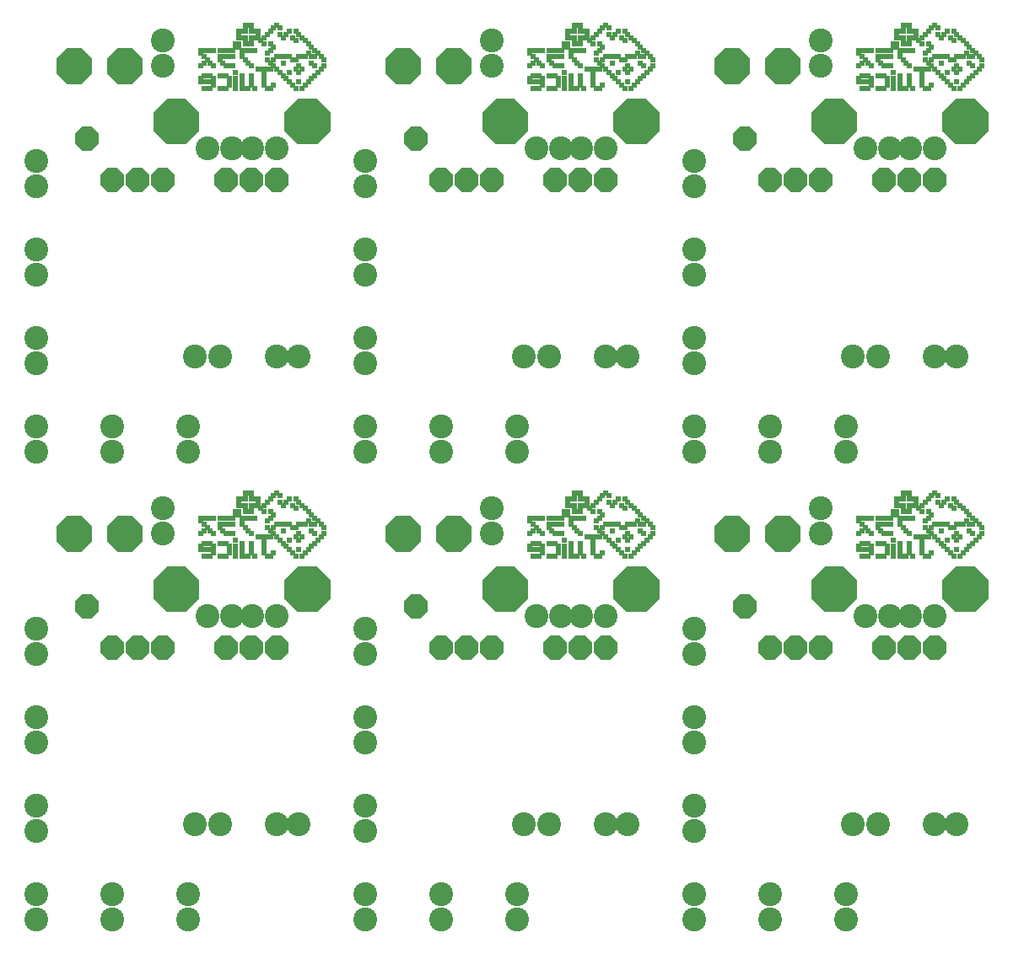
<source format=gbr>
%FSLAX34Y34*%
%MOMM*%
%LNSOLDERMASK_BOTTOM*%
G71*
G01*
%ADD10C, 2.40*%
%ADD11C, 2.40*%
%ADD12R, 0.47X0.47*%
%LPD*%
G36*
X141825Y938680D02*
X131295Y928150D01*
X116355Y928150D01*
X105825Y938680D01*
X105825Y953620D01*
X116355Y964150D01*
X131295Y964150D01*
X141825Y953620D01*
X141825Y938680D01*
G37*
G36*
X91025Y938680D02*
X80495Y928150D01*
X65555Y928150D01*
X55025Y938680D01*
X55025Y953620D01*
X65555Y964150D01*
X80495Y964150D01*
X91025Y953620D01*
X91025Y938680D01*
G37*
X34925Y825500D02*
G54D10*
D03*
X34925Y850900D02*
G54D10*
D03*
X34925Y736600D02*
G54D10*
D03*
X34925Y762000D02*
G54D10*
D03*
X34925Y647700D02*
G54D10*
D03*
X34925Y673100D02*
G54D10*
D03*
G36*
X55025Y953620D02*
X65555Y964150D01*
X80495Y964150D01*
X91025Y953620D01*
X91025Y938680D01*
X80495Y928150D01*
X65555Y928150D01*
X55025Y938680D01*
X55025Y953620D01*
G37*
X34925Y850900D02*
G54D10*
D03*
X34925Y762000D02*
G54D10*
D03*
X34925Y673100D02*
G54D10*
D03*
X206375Y863600D02*
G54D10*
D03*
G36*
X173925Y826870D02*
X166905Y819850D01*
X156945Y819850D01*
X149925Y826870D01*
X149925Y836830D01*
X156945Y843850D01*
X166905Y843850D01*
X173925Y836830D01*
X173925Y826870D01*
G37*
G36*
X148525Y826870D02*
X141505Y819850D01*
X131545Y819850D01*
X124525Y826870D01*
X124525Y836830D01*
X131545Y843850D01*
X141505Y843850D01*
X148525Y836830D01*
X148525Y826870D01*
G37*
G36*
X123125Y826870D02*
X116105Y819850D01*
X106145Y819850D01*
X99125Y826870D01*
X99125Y836830D01*
X106145Y843850D01*
X116105Y843850D01*
X123125Y836830D01*
X123125Y826870D01*
G37*
G36*
X288225Y826870D02*
X281205Y819850D01*
X271245Y819850D01*
X264225Y826870D01*
X264225Y836830D01*
X271245Y843850D01*
X281205Y843850D01*
X288225Y836830D01*
X288225Y826870D01*
G37*
G36*
X262825Y826870D02*
X255805Y819850D01*
X245845Y819850D01*
X238825Y826870D01*
X238825Y836830D01*
X245845Y843850D01*
X255805Y843850D01*
X262825Y836830D01*
X262825Y826870D01*
G37*
G36*
X237425Y826870D02*
X230405Y819850D01*
X220445Y819850D01*
X213425Y826870D01*
X213425Y836830D01*
X220445Y843850D01*
X230405Y843850D01*
X237425Y836830D01*
X237425Y826870D01*
G37*
G36*
X148525Y826870D02*
X141505Y819850D01*
X131545Y819850D01*
X124525Y826870D01*
X124525Y836830D01*
X131545Y843850D01*
X141505Y843850D01*
X148525Y836830D01*
X148525Y826870D01*
G37*
G36*
X262825Y826870D02*
X255805Y819850D01*
X245845Y819850D01*
X238825Y826870D01*
X238825Y836830D01*
X245845Y843850D01*
X255805Y843850D01*
X262825Y836830D01*
X262825Y826870D01*
G37*
G36*
X73725Y878105D02*
X80745Y885125D01*
X90705Y885125D01*
X97725Y878105D01*
X97725Y868145D01*
X90705Y861125D01*
X80745Y861125D01*
X73725Y868145D01*
X73725Y878105D01*
G37*
X276225Y863600D02*
G54D10*
D03*
X251222Y863600D02*
G54D10*
D03*
X231378Y863600D02*
G54D10*
D03*
X206375Y863600D02*
G54D10*
D03*
G36*
X329983Y881042D02*
X316528Y867587D01*
X297438Y867587D01*
X283983Y881042D01*
X283983Y900132D01*
X297438Y913587D01*
X316528Y913587D01*
X329983Y900132D01*
X329983Y881042D01*
G37*
G36*
X198419Y881042D02*
X184964Y867587D01*
X165874Y867587D01*
X152419Y881042D01*
X152419Y900132D01*
X165874Y913587D01*
X184964Y913587D01*
X198419Y900132D01*
X198419Y881042D01*
G37*
X161925Y971550D02*
G54D11*
D03*
X161925Y946150D02*
G54D11*
D03*
X187325Y558800D02*
G54D10*
D03*
X187325Y584200D02*
G54D10*
D03*
X187325Y584200D02*
G54D10*
D03*
X34925Y558800D02*
G54D10*
D03*
X34925Y584200D02*
G54D10*
D03*
X34925Y584200D02*
G54D10*
D03*
X193675Y654050D02*
G54D11*
D03*
X219075Y654050D02*
G54D11*
D03*
X111125Y558800D02*
G54D10*
D03*
X111125Y584200D02*
G54D10*
D03*
X111125Y584200D02*
G54D10*
D03*
X323850Y946150D02*
G54D12*
D03*
X320675Y942975D02*
G54D12*
D03*
X317500Y939800D02*
G54D12*
D03*
X314325Y936625D02*
G54D12*
D03*
X323850Y952500D02*
G54D12*
D03*
X320675Y955675D02*
G54D12*
D03*
X317500Y958850D02*
G54D12*
D03*
X314325Y962025D02*
G54D12*
D03*
X311150Y965200D02*
G54D12*
D03*
X311150Y933450D02*
G54D12*
D03*
X307975Y930275D02*
G54D12*
D03*
X304800Y927100D02*
G54D12*
D03*
X301625Y923925D02*
G54D12*
D03*
X295275Y923925D02*
G54D12*
D03*
X292100Y927100D02*
G54D12*
D03*
X288925Y930275D02*
G54D12*
D03*
X285750Y933450D02*
G54D12*
D03*
X282575Y936625D02*
G54D12*
D03*
X279400Y939800D02*
G54D12*
D03*
X276225Y942975D02*
G54D12*
D03*
X273050Y946150D02*
G54D12*
D03*
X269875Y949325D02*
G54D12*
D03*
X307975Y968375D02*
G54D12*
D03*
X304800Y971550D02*
G54D12*
D03*
X301625Y974725D02*
G54D12*
D03*
X298450Y977900D02*
G54D12*
D03*
X282575Y974725D02*
G54D12*
D03*
X273050Y965200D02*
G54D12*
D03*
X269875Y968375D02*
G54D12*
D03*
X279400Y977900D02*
G54D12*
D03*
X279400Y984250D02*
G54D12*
D03*
X276225Y987425D02*
G54D12*
D03*
X273050Y984250D02*
G54D12*
D03*
X269875Y981075D02*
G54D12*
D03*
X266700Y977900D02*
G54D12*
D03*
X263525Y974725D02*
G54D12*
D03*
X260350Y971550D02*
G54D12*
D03*
X263525Y968375D02*
G54D12*
D03*
X314325Y955675D02*
G54D12*
D03*
X311150Y955675D02*
G54D12*
D03*
X307975Y958850D02*
G54D12*
D03*
X304800Y955675D02*
G54D12*
D03*
X301625Y955675D02*
G54D12*
D03*
X298450Y955675D02*
G54D12*
D03*
X295275Y952500D02*
G54D12*
D03*
X292100Y952500D02*
G54D12*
D03*
X288925Y955675D02*
G54D12*
D03*
X285750Y955675D02*
G54D12*
D03*
X282575Y955675D02*
G54D12*
D03*
X279400Y955675D02*
G54D12*
D03*
X276225Y955675D02*
G54D12*
D03*
X273050Y952500D02*
G54D12*
D03*
X257175Y981075D02*
G54D12*
D03*
X257175Y977900D02*
G54D12*
D03*
X257175Y974725D02*
G54D12*
D03*
X254000Y974725D02*
G54D12*
D03*
X254000Y981075D02*
G54D12*
D03*
X250825Y981075D02*
G54D12*
D03*
X250825Y984250D02*
G54D12*
D03*
X250825Y987425D02*
G54D12*
D03*
X247650Y987425D02*
G54D12*
D03*
X244475Y987425D02*
G54D12*
D03*
X244475Y984250D02*
G54D12*
D03*
X244475Y981075D02*
G54D12*
D03*
X241300Y981075D02*
G54D12*
D03*
X238125Y981075D02*
G54D12*
D03*
X238125Y977900D02*
G54D12*
D03*
X238125Y974725D02*
G54D12*
D03*
X241300Y974725D02*
G54D12*
D03*
X244475Y974725D02*
G54D12*
D03*
X250825Y974725D02*
G54D12*
D03*
X250825Y971550D02*
G54D12*
D03*
X250825Y968375D02*
G54D12*
D03*
X247650Y968375D02*
G54D12*
D03*
X244475Y968375D02*
G54D12*
D03*
X244475Y971550D02*
G54D12*
D03*
X295275Y981075D02*
G54D12*
D03*
X288925Y981075D02*
G54D12*
D03*
X285750Y977900D02*
G54D12*
D03*
X269875Y962025D02*
G54D12*
D03*
X266700Y958850D02*
G54D12*
D03*
X266700Y952500D02*
G54D12*
D03*
X269875Y942975D02*
G54D12*
D03*
X266700Y942975D02*
G54D12*
D03*
X263525Y942975D02*
G54D12*
D03*
X260350Y942975D02*
G54D12*
D03*
X257175Y942975D02*
G54D12*
D03*
X263525Y939800D02*
G54D12*
D03*
X263525Y936625D02*
G54D12*
D03*
X263525Y933450D02*
G54D12*
D03*
X263525Y930275D02*
G54D12*
D03*
X263525Y927100D02*
G54D12*
D03*
X266700Y923925D02*
G54D12*
D03*
X269875Y923925D02*
G54D12*
D03*
X273050Y927100D02*
G54D12*
D03*
X254000Y923925D02*
G54D12*
D03*
X250825Y927100D02*
G54D12*
D03*
X250825Y930275D02*
G54D12*
D03*
X250825Y933450D02*
G54D12*
D03*
X250825Y936625D02*
G54D12*
D03*
X247650Y923925D02*
G54D12*
D03*
X244475Y923925D02*
G54D12*
D03*
X241300Y923925D02*
G54D12*
D03*
X241300Y927100D02*
G54D12*
D03*
X241300Y930275D02*
G54D12*
D03*
X241300Y933450D02*
G54D12*
D03*
X241300Y936625D02*
G54D12*
D03*
X234950Y939800D02*
G54D12*
D03*
X234950Y933450D02*
G54D12*
D03*
X234950Y930275D02*
G54D12*
D03*
X234950Y927100D02*
G54D12*
D03*
X234950Y923925D02*
G54D12*
D03*
X228600Y927100D02*
G54D12*
D03*
X228600Y930275D02*
G54D12*
D03*
X228600Y933450D02*
G54D12*
D03*
X225425Y936625D02*
G54D12*
D03*
X222250Y936625D02*
G54D12*
D03*
X225425Y923925D02*
G54D12*
D03*
X222250Y923925D02*
G54D12*
D03*
X219075Y923925D02*
G54D12*
D03*
X219075Y936625D02*
G54D12*
D03*
X212725Y927100D02*
G54D12*
D03*
X212725Y930275D02*
G54D12*
D03*
X212725Y933450D02*
G54D12*
D03*
X209550Y936625D02*
G54D12*
D03*
X206375Y936625D02*
G54D12*
D03*
X203200Y936625D02*
G54D12*
D03*
X209550Y923925D02*
G54D12*
D03*
X206375Y923925D02*
G54D12*
D03*
X203200Y923925D02*
G54D12*
D03*
X200025Y933450D02*
G54D12*
D03*
X200025Y930275D02*
G54D12*
D03*
X203200Y930275D02*
G54D12*
D03*
X206375Y930275D02*
G54D12*
D03*
X209550Y930275D02*
G54D12*
D03*
X301625Y942975D02*
G54D12*
D03*
X298450Y939800D02*
G54D12*
D03*
X295275Y942975D02*
G54D12*
D03*
X298450Y946150D02*
G54D12*
D03*
X288925Y939800D02*
G54D12*
D03*
X311150Y949325D02*
G54D12*
D03*
X282575Y949325D02*
G54D12*
D03*
X298450Y930275D02*
G54D12*
D03*
X314325Y946150D02*
G54D12*
D03*
X254000Y962025D02*
G54D12*
D03*
X250825Y962025D02*
G54D12*
D03*
X247650Y962025D02*
G54D12*
D03*
X244475Y962025D02*
G54D12*
D03*
X241300Y962025D02*
G54D12*
D03*
X241300Y958850D02*
G54D12*
D03*
X241300Y955675D02*
G54D12*
D03*
X244475Y952500D02*
G54D12*
D03*
X247650Y949325D02*
G54D12*
D03*
X250825Y946150D02*
G54D12*
D03*
X238125Y968375D02*
G54D12*
D03*
X238125Y965200D02*
G54D12*
D03*
X234950Y965200D02*
G54D12*
D03*
X234950Y968375D02*
G54D12*
D03*
X231775Y962025D02*
G54D12*
D03*
X228600Y962025D02*
G54D12*
D03*
X225425Y962025D02*
G54D12*
D03*
X222250Y962025D02*
G54D12*
D03*
X219075Y962025D02*
G54D12*
D03*
X231775Y955675D02*
G54D12*
D03*
X228600Y955675D02*
G54D12*
D03*
X225425Y955675D02*
G54D12*
D03*
X222250Y955675D02*
G54D12*
D03*
X219075Y955675D02*
G54D12*
D03*
X219075Y952500D02*
G54D12*
D03*
X222250Y949325D02*
G54D12*
D03*
X225425Y946150D02*
G54D12*
D03*
X231775Y946150D02*
G54D12*
D03*
X228600Y946150D02*
G54D12*
D03*
X212725Y962025D02*
G54D12*
D03*
X209550Y962025D02*
G54D12*
D03*
X206375Y962025D02*
G54D12*
D03*
X203200Y962025D02*
G54D12*
D03*
X200025Y962025D02*
G54D12*
D03*
X200025Y958850D02*
G54D12*
D03*
X203200Y955675D02*
G54D12*
D03*
X206375Y952500D02*
G54D12*
D03*
X209550Y949325D02*
G54D12*
D03*
X212725Y946150D02*
G54D12*
D03*
X203200Y949325D02*
G54D12*
D03*
X200025Y946150D02*
G54D12*
D03*
X292100Y974725D02*
G54D12*
D03*
X295275Y971550D02*
G54D12*
D03*
X276225Y654050D02*
G54D11*
D03*
X298455Y654050D02*
G54D11*
D03*
G36*
X472025Y938680D02*
X461495Y928150D01*
X446555Y928150D01*
X436025Y938680D01*
X436025Y953620D01*
X446555Y964150D01*
X461495Y964150D01*
X472025Y953620D01*
X472025Y938680D01*
G37*
G36*
X421225Y938680D02*
X410695Y928150D01*
X395755Y928150D01*
X385225Y938680D01*
X385225Y953620D01*
X395755Y964150D01*
X410695Y964150D01*
X421225Y953620D01*
X421225Y938680D01*
G37*
X365125Y825500D02*
G54D10*
D03*
X365125Y850900D02*
G54D10*
D03*
X365125Y736600D02*
G54D10*
D03*
X365125Y762000D02*
G54D10*
D03*
X365125Y647700D02*
G54D10*
D03*
X365125Y673100D02*
G54D10*
D03*
G36*
X385225Y953620D02*
X395755Y964150D01*
X410695Y964150D01*
X421225Y953620D01*
X421225Y938680D01*
X410695Y928150D01*
X395755Y928150D01*
X385225Y938680D01*
X385225Y953620D01*
G37*
X365125Y850900D02*
G54D10*
D03*
X365125Y762000D02*
G54D10*
D03*
X365125Y673100D02*
G54D10*
D03*
X536575Y863600D02*
G54D10*
D03*
G36*
X504125Y826870D02*
X497105Y819850D01*
X487145Y819850D01*
X480125Y826870D01*
X480125Y836830D01*
X487145Y843850D01*
X497105Y843850D01*
X504125Y836830D01*
X504125Y826870D01*
G37*
G36*
X478725Y826870D02*
X471705Y819850D01*
X461745Y819850D01*
X454725Y826870D01*
X454725Y836830D01*
X461745Y843850D01*
X471705Y843850D01*
X478725Y836830D01*
X478725Y826870D01*
G37*
G36*
X453325Y826870D02*
X446305Y819850D01*
X436345Y819850D01*
X429325Y826870D01*
X429325Y836830D01*
X436345Y843850D01*
X446305Y843850D01*
X453325Y836830D01*
X453325Y826870D01*
G37*
G36*
X618425Y826870D02*
X611405Y819850D01*
X601445Y819850D01*
X594425Y826870D01*
X594425Y836830D01*
X601445Y843850D01*
X611405Y843850D01*
X618425Y836830D01*
X618425Y826870D01*
G37*
G36*
X593025Y826870D02*
X586005Y819850D01*
X576045Y819850D01*
X569025Y826870D01*
X569025Y836830D01*
X576045Y843850D01*
X586005Y843850D01*
X593025Y836830D01*
X593025Y826870D01*
G37*
G36*
X567625Y826870D02*
X560605Y819850D01*
X550645Y819850D01*
X543625Y826870D01*
X543625Y836830D01*
X550645Y843850D01*
X560605Y843850D01*
X567625Y836830D01*
X567625Y826870D01*
G37*
G36*
X478725Y826870D02*
X471705Y819850D01*
X461745Y819850D01*
X454725Y826870D01*
X454725Y836830D01*
X461745Y843850D01*
X471705Y843850D01*
X478725Y836830D01*
X478725Y826870D01*
G37*
G36*
X593025Y826870D02*
X586005Y819850D01*
X576045Y819850D01*
X569025Y826870D01*
X569025Y836830D01*
X576045Y843850D01*
X586005Y843850D01*
X593025Y836830D01*
X593025Y826870D01*
G37*
G36*
X403925Y878105D02*
X410945Y885125D01*
X420905Y885125D01*
X427925Y878105D01*
X427925Y868145D01*
X420905Y861125D01*
X410945Y861125D01*
X403925Y868145D01*
X403925Y878105D01*
G37*
X606425Y863600D02*
G54D10*
D03*
X581422Y863600D02*
G54D10*
D03*
X561578Y863600D02*
G54D10*
D03*
X536575Y863600D02*
G54D10*
D03*
G36*
X660183Y881042D02*
X646728Y867587D01*
X627638Y867587D01*
X614183Y881042D01*
X614183Y900132D01*
X627638Y913587D01*
X646728Y913587D01*
X660183Y900132D01*
X660183Y881042D01*
G37*
G36*
X528619Y881042D02*
X515164Y867587D01*
X496074Y867587D01*
X482619Y881042D01*
X482619Y900132D01*
X496074Y913587D01*
X515164Y913587D01*
X528619Y900132D01*
X528619Y881042D01*
G37*
X492125Y971550D02*
G54D11*
D03*
X492125Y946150D02*
G54D11*
D03*
X517525Y558800D02*
G54D10*
D03*
X517525Y584200D02*
G54D10*
D03*
X517525Y584200D02*
G54D10*
D03*
X365125Y558800D02*
G54D10*
D03*
X365125Y584200D02*
G54D10*
D03*
X365125Y584200D02*
G54D10*
D03*
X523875Y654050D02*
G54D11*
D03*
X549275Y654050D02*
G54D11*
D03*
X441325Y558800D02*
G54D10*
D03*
X441325Y584200D02*
G54D10*
D03*
X441325Y584200D02*
G54D10*
D03*
X654050Y946150D02*
G54D12*
D03*
X650875Y942975D02*
G54D12*
D03*
X647700Y939800D02*
G54D12*
D03*
X644525Y936625D02*
G54D12*
D03*
X654050Y952500D02*
G54D12*
D03*
X650875Y955675D02*
G54D12*
D03*
X647700Y958850D02*
G54D12*
D03*
X644525Y962025D02*
G54D12*
D03*
X641350Y965200D02*
G54D12*
D03*
X641350Y933450D02*
G54D12*
D03*
X638175Y930275D02*
G54D12*
D03*
X635000Y927100D02*
G54D12*
D03*
X631825Y923925D02*
G54D12*
D03*
X625475Y923925D02*
G54D12*
D03*
X622300Y927100D02*
G54D12*
D03*
X619125Y930275D02*
G54D12*
D03*
X615950Y933450D02*
G54D12*
D03*
X612775Y936625D02*
G54D12*
D03*
X609600Y939800D02*
G54D12*
D03*
X606425Y942975D02*
G54D12*
D03*
X603250Y946150D02*
G54D12*
D03*
X600075Y949325D02*
G54D12*
D03*
X638175Y968375D02*
G54D12*
D03*
X635000Y971550D02*
G54D12*
D03*
X631825Y974725D02*
G54D12*
D03*
X628650Y977900D02*
G54D12*
D03*
X612775Y974725D02*
G54D12*
D03*
X603250Y965200D02*
G54D12*
D03*
X600075Y968375D02*
G54D12*
D03*
X609600Y977900D02*
G54D12*
D03*
X609600Y984250D02*
G54D12*
D03*
X606425Y987425D02*
G54D12*
D03*
X603250Y984250D02*
G54D12*
D03*
X600075Y981075D02*
G54D12*
D03*
X596900Y977900D02*
G54D12*
D03*
X593725Y974725D02*
G54D12*
D03*
X590550Y971550D02*
G54D12*
D03*
X593725Y968375D02*
G54D12*
D03*
X644525Y955675D02*
G54D12*
D03*
X641350Y955675D02*
G54D12*
D03*
X638175Y958850D02*
G54D12*
D03*
X635000Y955675D02*
G54D12*
D03*
X631825Y955675D02*
G54D12*
D03*
X628650Y955675D02*
G54D12*
D03*
X625475Y952500D02*
G54D12*
D03*
X622300Y952500D02*
G54D12*
D03*
X619125Y955675D02*
G54D12*
D03*
X615950Y955675D02*
G54D12*
D03*
X612775Y955675D02*
G54D12*
D03*
X609600Y955675D02*
G54D12*
D03*
X606425Y955675D02*
G54D12*
D03*
X603250Y952500D02*
G54D12*
D03*
X587375Y981075D02*
G54D12*
D03*
X587375Y977900D02*
G54D12*
D03*
X587375Y974725D02*
G54D12*
D03*
X584200Y974725D02*
G54D12*
D03*
X584200Y981075D02*
G54D12*
D03*
X581025Y981075D02*
G54D12*
D03*
X581025Y984250D02*
G54D12*
D03*
X581025Y987425D02*
G54D12*
D03*
X577850Y987425D02*
G54D12*
D03*
X574675Y987425D02*
G54D12*
D03*
X574675Y984250D02*
G54D12*
D03*
X574675Y981075D02*
G54D12*
D03*
X571500Y981075D02*
G54D12*
D03*
X568325Y981075D02*
G54D12*
D03*
X568325Y977900D02*
G54D12*
D03*
X568325Y974725D02*
G54D12*
D03*
X571500Y974725D02*
G54D12*
D03*
X574675Y974725D02*
G54D12*
D03*
X581025Y974725D02*
G54D12*
D03*
X581025Y971550D02*
G54D12*
D03*
X581025Y968375D02*
G54D12*
D03*
X577850Y968375D02*
G54D12*
D03*
X574675Y968375D02*
G54D12*
D03*
X574675Y971550D02*
G54D12*
D03*
X625475Y981075D02*
G54D12*
D03*
X619125Y981075D02*
G54D12*
D03*
X615950Y977900D02*
G54D12*
D03*
X600075Y962025D02*
G54D12*
D03*
X596900Y958850D02*
G54D12*
D03*
X596900Y952500D02*
G54D12*
D03*
X600075Y942975D02*
G54D12*
D03*
X596900Y942975D02*
G54D12*
D03*
X593725Y942975D02*
G54D12*
D03*
X590550Y942975D02*
G54D12*
D03*
X587375Y942975D02*
G54D12*
D03*
X593725Y939800D02*
G54D12*
D03*
X593725Y936625D02*
G54D12*
D03*
X593725Y933450D02*
G54D12*
D03*
X593725Y930275D02*
G54D12*
D03*
X593725Y927100D02*
G54D12*
D03*
X596900Y923925D02*
G54D12*
D03*
X600075Y923925D02*
G54D12*
D03*
X603250Y927100D02*
G54D12*
D03*
X584200Y923925D02*
G54D12*
D03*
X581025Y927100D02*
G54D12*
D03*
X581025Y930275D02*
G54D12*
D03*
X581025Y933450D02*
G54D12*
D03*
X581025Y936625D02*
G54D12*
D03*
X577850Y923925D02*
G54D12*
D03*
X574675Y923925D02*
G54D12*
D03*
X571500Y923925D02*
G54D12*
D03*
X571500Y927100D02*
G54D12*
D03*
X571500Y930275D02*
G54D12*
D03*
X571500Y933450D02*
G54D12*
D03*
X571500Y936625D02*
G54D12*
D03*
X565150Y939800D02*
G54D12*
D03*
X565150Y933450D02*
G54D12*
D03*
X565150Y930275D02*
G54D12*
D03*
X565150Y927100D02*
G54D12*
D03*
X565150Y923925D02*
G54D12*
D03*
X558800Y927100D02*
G54D12*
D03*
X558800Y930275D02*
G54D12*
D03*
X558800Y933450D02*
G54D12*
D03*
X555625Y936625D02*
G54D12*
D03*
X552450Y936625D02*
G54D12*
D03*
X555625Y923925D02*
G54D12*
D03*
X552450Y923925D02*
G54D12*
D03*
X549275Y923925D02*
G54D12*
D03*
X549275Y936625D02*
G54D12*
D03*
X542925Y927100D02*
G54D12*
D03*
X542925Y930275D02*
G54D12*
D03*
X542925Y933450D02*
G54D12*
D03*
X539750Y936625D02*
G54D12*
D03*
X536575Y936625D02*
G54D12*
D03*
X533400Y936625D02*
G54D12*
D03*
X539750Y923925D02*
G54D12*
D03*
X536575Y923925D02*
G54D12*
D03*
X533400Y923925D02*
G54D12*
D03*
X530225Y933450D02*
G54D12*
D03*
X530225Y930275D02*
G54D12*
D03*
X533400Y930275D02*
G54D12*
D03*
X536575Y930275D02*
G54D12*
D03*
X539750Y930275D02*
G54D12*
D03*
X631825Y942975D02*
G54D12*
D03*
X628650Y939800D02*
G54D12*
D03*
X625475Y942975D02*
G54D12*
D03*
X628650Y946150D02*
G54D12*
D03*
X619125Y939800D02*
G54D12*
D03*
X641350Y949325D02*
G54D12*
D03*
X612775Y949325D02*
G54D12*
D03*
X628650Y930275D02*
G54D12*
D03*
X644525Y946150D02*
G54D12*
D03*
X584200Y962025D02*
G54D12*
D03*
X581025Y962025D02*
G54D12*
D03*
X577850Y962025D02*
G54D12*
D03*
X574675Y962025D02*
G54D12*
D03*
X571500Y962025D02*
G54D12*
D03*
X571500Y958850D02*
G54D12*
D03*
X571500Y955675D02*
G54D12*
D03*
X574675Y952500D02*
G54D12*
D03*
X577850Y949325D02*
G54D12*
D03*
X581025Y946150D02*
G54D12*
D03*
X568325Y968375D02*
G54D12*
D03*
X568325Y965200D02*
G54D12*
D03*
X565150Y965200D02*
G54D12*
D03*
X565150Y968375D02*
G54D12*
D03*
X561975Y962025D02*
G54D12*
D03*
X558800Y962025D02*
G54D12*
D03*
X555625Y962025D02*
G54D12*
D03*
X552450Y962025D02*
G54D12*
D03*
X549275Y962025D02*
G54D12*
D03*
X561975Y955675D02*
G54D12*
D03*
X558800Y955675D02*
G54D12*
D03*
X555625Y955675D02*
G54D12*
D03*
X552450Y955675D02*
G54D12*
D03*
X549275Y955675D02*
G54D12*
D03*
X549275Y952500D02*
G54D12*
D03*
X552450Y949325D02*
G54D12*
D03*
X555625Y946150D02*
G54D12*
D03*
X561975Y946150D02*
G54D12*
D03*
X558800Y946150D02*
G54D12*
D03*
X542925Y962025D02*
G54D12*
D03*
X539750Y962025D02*
G54D12*
D03*
X536575Y962025D02*
G54D12*
D03*
X533400Y962025D02*
G54D12*
D03*
X530225Y962025D02*
G54D12*
D03*
X530225Y958850D02*
G54D12*
D03*
X533400Y955675D02*
G54D12*
D03*
X536575Y952500D02*
G54D12*
D03*
X539750Y949325D02*
G54D12*
D03*
X542925Y946150D02*
G54D12*
D03*
X533400Y949325D02*
G54D12*
D03*
X530225Y946150D02*
G54D12*
D03*
X622300Y974725D02*
G54D12*
D03*
X625475Y971550D02*
G54D12*
D03*
X606425Y654050D02*
G54D11*
D03*
X628655Y654050D02*
G54D11*
D03*
G36*
X802225Y938680D02*
X791695Y928150D01*
X776755Y928150D01*
X766225Y938680D01*
X766225Y953620D01*
X776755Y964150D01*
X791695Y964150D01*
X802225Y953620D01*
X802225Y938680D01*
G37*
G36*
X751425Y938680D02*
X740895Y928150D01*
X725955Y928150D01*
X715425Y938680D01*
X715425Y953620D01*
X725955Y964150D01*
X740895Y964150D01*
X751425Y953620D01*
X751425Y938680D01*
G37*
X695325Y825500D02*
G54D10*
D03*
X695325Y850900D02*
G54D10*
D03*
X695325Y736600D02*
G54D10*
D03*
X695325Y762000D02*
G54D10*
D03*
X695325Y647700D02*
G54D10*
D03*
X695325Y673100D02*
G54D10*
D03*
G36*
X715425Y953620D02*
X725955Y964150D01*
X740895Y964150D01*
X751425Y953620D01*
X751425Y938680D01*
X740895Y928150D01*
X725955Y928150D01*
X715425Y938680D01*
X715425Y953620D01*
G37*
X695325Y850900D02*
G54D10*
D03*
X695325Y762000D02*
G54D10*
D03*
X695325Y673100D02*
G54D10*
D03*
X866775Y863600D02*
G54D10*
D03*
G36*
X834325Y826870D02*
X827305Y819850D01*
X817345Y819850D01*
X810325Y826870D01*
X810325Y836830D01*
X817345Y843850D01*
X827305Y843850D01*
X834325Y836830D01*
X834325Y826870D01*
G37*
G36*
X808925Y826870D02*
X801905Y819850D01*
X791945Y819850D01*
X784925Y826870D01*
X784925Y836830D01*
X791945Y843850D01*
X801905Y843850D01*
X808925Y836830D01*
X808925Y826870D01*
G37*
G36*
X783525Y826870D02*
X776505Y819850D01*
X766545Y819850D01*
X759525Y826870D01*
X759525Y836830D01*
X766545Y843850D01*
X776505Y843850D01*
X783525Y836830D01*
X783525Y826870D01*
G37*
G36*
X948625Y826870D02*
X941605Y819850D01*
X931645Y819850D01*
X924625Y826870D01*
X924625Y836830D01*
X931645Y843850D01*
X941605Y843850D01*
X948625Y836830D01*
X948625Y826870D01*
G37*
G36*
X923225Y826870D02*
X916205Y819850D01*
X906245Y819850D01*
X899225Y826870D01*
X899225Y836830D01*
X906245Y843850D01*
X916205Y843850D01*
X923225Y836830D01*
X923225Y826870D01*
G37*
G36*
X897825Y826870D02*
X890805Y819850D01*
X880845Y819850D01*
X873825Y826870D01*
X873825Y836830D01*
X880845Y843850D01*
X890805Y843850D01*
X897825Y836830D01*
X897825Y826870D01*
G37*
G36*
X808925Y826870D02*
X801905Y819850D01*
X791945Y819850D01*
X784925Y826870D01*
X784925Y836830D01*
X791945Y843850D01*
X801905Y843850D01*
X808925Y836830D01*
X808925Y826870D01*
G37*
G36*
X923225Y826870D02*
X916205Y819850D01*
X906245Y819850D01*
X899225Y826870D01*
X899225Y836830D01*
X906245Y843850D01*
X916205Y843850D01*
X923225Y836830D01*
X923225Y826870D01*
G37*
G36*
X734125Y878105D02*
X741145Y885125D01*
X751105Y885125D01*
X758125Y878105D01*
X758125Y868145D01*
X751105Y861125D01*
X741145Y861125D01*
X734125Y868145D01*
X734125Y878105D01*
G37*
X936625Y863600D02*
G54D10*
D03*
X911622Y863600D02*
G54D10*
D03*
X891778Y863600D02*
G54D10*
D03*
X866775Y863600D02*
G54D10*
D03*
G36*
X990383Y881042D02*
X976928Y867587D01*
X957838Y867587D01*
X944383Y881042D01*
X944383Y900132D01*
X957838Y913587D01*
X976928Y913587D01*
X990383Y900132D01*
X990383Y881042D01*
G37*
G36*
X858819Y881042D02*
X845364Y867587D01*
X826274Y867587D01*
X812819Y881042D01*
X812819Y900132D01*
X826274Y913587D01*
X845364Y913587D01*
X858819Y900132D01*
X858819Y881042D01*
G37*
X822325Y971550D02*
G54D11*
D03*
X822325Y946150D02*
G54D11*
D03*
X847725Y558800D02*
G54D10*
D03*
X847725Y584200D02*
G54D10*
D03*
X847725Y584200D02*
G54D10*
D03*
X695325Y558800D02*
G54D10*
D03*
X695325Y584200D02*
G54D10*
D03*
X695325Y584200D02*
G54D10*
D03*
X854075Y654050D02*
G54D11*
D03*
X879475Y654050D02*
G54D11*
D03*
X771525Y558800D02*
G54D10*
D03*
X771525Y584200D02*
G54D10*
D03*
X771525Y584200D02*
G54D10*
D03*
X984250Y946150D02*
G54D12*
D03*
X981075Y942975D02*
G54D12*
D03*
X977900Y939800D02*
G54D12*
D03*
X974725Y936625D02*
G54D12*
D03*
X984250Y952500D02*
G54D12*
D03*
X981075Y955675D02*
G54D12*
D03*
X977900Y958850D02*
G54D12*
D03*
X974725Y962025D02*
G54D12*
D03*
X971550Y965200D02*
G54D12*
D03*
X971550Y933450D02*
G54D12*
D03*
X968375Y930275D02*
G54D12*
D03*
X965200Y927100D02*
G54D12*
D03*
X962025Y923925D02*
G54D12*
D03*
X955675Y923925D02*
G54D12*
D03*
X952500Y927100D02*
G54D12*
D03*
X949325Y930275D02*
G54D12*
D03*
X946150Y933450D02*
G54D12*
D03*
X942975Y936625D02*
G54D12*
D03*
X939800Y939800D02*
G54D12*
D03*
X936625Y942975D02*
G54D12*
D03*
X933450Y946150D02*
G54D12*
D03*
X930275Y949325D02*
G54D12*
D03*
X968375Y968375D02*
G54D12*
D03*
X965200Y971550D02*
G54D12*
D03*
X962025Y974725D02*
G54D12*
D03*
X958850Y977900D02*
G54D12*
D03*
X942975Y974725D02*
G54D12*
D03*
X933450Y965200D02*
G54D12*
D03*
X930275Y968375D02*
G54D12*
D03*
X939800Y977900D02*
G54D12*
D03*
X939800Y984250D02*
G54D12*
D03*
X936625Y987425D02*
G54D12*
D03*
X933450Y984250D02*
G54D12*
D03*
X930275Y981075D02*
G54D12*
D03*
X927100Y977900D02*
G54D12*
D03*
X923925Y974725D02*
G54D12*
D03*
X920750Y971550D02*
G54D12*
D03*
X923925Y968375D02*
G54D12*
D03*
X974725Y955675D02*
G54D12*
D03*
X971550Y955675D02*
G54D12*
D03*
X968375Y958850D02*
G54D12*
D03*
X965200Y955675D02*
G54D12*
D03*
X962025Y955675D02*
G54D12*
D03*
X958850Y955675D02*
G54D12*
D03*
X955675Y952500D02*
G54D12*
D03*
X952500Y952500D02*
G54D12*
D03*
X949325Y955675D02*
G54D12*
D03*
X946150Y955675D02*
G54D12*
D03*
X942975Y955675D02*
G54D12*
D03*
X939800Y955675D02*
G54D12*
D03*
X936625Y955675D02*
G54D12*
D03*
X933450Y952500D02*
G54D12*
D03*
X917575Y981075D02*
G54D12*
D03*
X917575Y977900D02*
G54D12*
D03*
X917575Y974725D02*
G54D12*
D03*
X914400Y974725D02*
G54D12*
D03*
X914400Y981075D02*
G54D12*
D03*
X911225Y981075D02*
G54D12*
D03*
X911225Y984250D02*
G54D12*
D03*
X911225Y987425D02*
G54D12*
D03*
X908050Y987425D02*
G54D12*
D03*
X904875Y987425D02*
G54D12*
D03*
X904875Y984250D02*
G54D12*
D03*
X904875Y981075D02*
G54D12*
D03*
X901700Y981075D02*
G54D12*
D03*
X898525Y981075D02*
G54D12*
D03*
X898525Y977900D02*
G54D12*
D03*
X898525Y974725D02*
G54D12*
D03*
X901700Y974725D02*
G54D12*
D03*
X904875Y974725D02*
G54D12*
D03*
X911225Y974725D02*
G54D12*
D03*
X911225Y971550D02*
G54D12*
D03*
X911225Y968375D02*
G54D12*
D03*
X908050Y968375D02*
G54D12*
D03*
X904875Y968375D02*
G54D12*
D03*
X904875Y971550D02*
G54D12*
D03*
X955675Y981075D02*
G54D12*
D03*
X949325Y981075D02*
G54D12*
D03*
X946150Y977900D02*
G54D12*
D03*
X930275Y962025D02*
G54D12*
D03*
X927100Y958850D02*
G54D12*
D03*
X927100Y952500D02*
G54D12*
D03*
X930275Y942975D02*
G54D12*
D03*
X927100Y942975D02*
G54D12*
D03*
X923925Y942975D02*
G54D12*
D03*
X920750Y942975D02*
G54D12*
D03*
X917575Y942975D02*
G54D12*
D03*
X923925Y939800D02*
G54D12*
D03*
X923925Y936625D02*
G54D12*
D03*
X923925Y933450D02*
G54D12*
D03*
X923925Y930275D02*
G54D12*
D03*
X923925Y927100D02*
G54D12*
D03*
X927100Y923925D02*
G54D12*
D03*
X930275Y923925D02*
G54D12*
D03*
X933450Y927100D02*
G54D12*
D03*
X914400Y923925D02*
G54D12*
D03*
X911225Y927100D02*
G54D12*
D03*
X911225Y930275D02*
G54D12*
D03*
X911225Y933450D02*
G54D12*
D03*
X911225Y936625D02*
G54D12*
D03*
X908050Y923925D02*
G54D12*
D03*
X904875Y923925D02*
G54D12*
D03*
X901700Y923925D02*
G54D12*
D03*
X901700Y927100D02*
G54D12*
D03*
X901700Y930275D02*
G54D12*
D03*
X901700Y933450D02*
G54D12*
D03*
X901700Y936625D02*
G54D12*
D03*
X895350Y939800D02*
G54D12*
D03*
X895350Y933450D02*
G54D12*
D03*
X895350Y930275D02*
G54D12*
D03*
X895350Y927100D02*
G54D12*
D03*
X895350Y923925D02*
G54D12*
D03*
X889000Y927100D02*
G54D12*
D03*
X889000Y930275D02*
G54D12*
D03*
X889000Y933450D02*
G54D12*
D03*
X885825Y936625D02*
G54D12*
D03*
X882650Y936625D02*
G54D12*
D03*
X885825Y923925D02*
G54D12*
D03*
X882650Y923925D02*
G54D12*
D03*
X879475Y923925D02*
G54D12*
D03*
X879475Y936625D02*
G54D12*
D03*
X873125Y927100D02*
G54D12*
D03*
X873125Y930275D02*
G54D12*
D03*
X873125Y933450D02*
G54D12*
D03*
X869950Y936625D02*
G54D12*
D03*
X866775Y936625D02*
G54D12*
D03*
X863600Y936625D02*
G54D12*
D03*
X869950Y923925D02*
G54D12*
D03*
X866775Y923925D02*
G54D12*
D03*
X863600Y923925D02*
G54D12*
D03*
X860425Y933450D02*
G54D12*
D03*
X860425Y930275D02*
G54D12*
D03*
X863600Y930275D02*
G54D12*
D03*
X866775Y930275D02*
G54D12*
D03*
X869950Y930275D02*
G54D12*
D03*
X962025Y942975D02*
G54D12*
D03*
X958850Y939800D02*
G54D12*
D03*
X955675Y942975D02*
G54D12*
D03*
X958850Y946150D02*
G54D12*
D03*
X949325Y939800D02*
G54D12*
D03*
X971550Y949325D02*
G54D12*
D03*
X942975Y949325D02*
G54D12*
D03*
X958850Y930275D02*
G54D12*
D03*
X974725Y946150D02*
G54D12*
D03*
X914400Y962025D02*
G54D12*
D03*
X911225Y962025D02*
G54D12*
D03*
X908050Y962025D02*
G54D12*
D03*
X904875Y962025D02*
G54D12*
D03*
X901700Y962025D02*
G54D12*
D03*
X901700Y958850D02*
G54D12*
D03*
X901700Y955675D02*
G54D12*
D03*
X904875Y952500D02*
G54D12*
D03*
X908050Y949325D02*
G54D12*
D03*
X911225Y946150D02*
G54D12*
D03*
X898525Y968375D02*
G54D12*
D03*
X898525Y965200D02*
G54D12*
D03*
X895350Y965200D02*
G54D12*
D03*
X895350Y968375D02*
G54D12*
D03*
X892175Y962025D02*
G54D12*
D03*
X889000Y962025D02*
G54D12*
D03*
X885825Y962025D02*
G54D12*
D03*
X882650Y962025D02*
G54D12*
D03*
X879475Y962025D02*
G54D12*
D03*
X892175Y955675D02*
G54D12*
D03*
X889000Y955675D02*
G54D12*
D03*
X885825Y955675D02*
G54D12*
D03*
X882650Y955675D02*
G54D12*
D03*
X879475Y955675D02*
G54D12*
D03*
X879475Y952500D02*
G54D12*
D03*
X882650Y949325D02*
G54D12*
D03*
X885825Y946150D02*
G54D12*
D03*
X892175Y946150D02*
G54D12*
D03*
X889000Y946150D02*
G54D12*
D03*
X873125Y962025D02*
G54D12*
D03*
X869950Y962025D02*
G54D12*
D03*
X866775Y962025D02*
G54D12*
D03*
X863600Y962025D02*
G54D12*
D03*
X860425Y962025D02*
G54D12*
D03*
X860425Y958850D02*
G54D12*
D03*
X863600Y955675D02*
G54D12*
D03*
X866775Y952500D02*
G54D12*
D03*
X869950Y949325D02*
G54D12*
D03*
X873125Y946150D02*
G54D12*
D03*
X863600Y949325D02*
G54D12*
D03*
X860425Y946150D02*
G54D12*
D03*
X952500Y974725D02*
G54D12*
D03*
X955675Y971550D02*
G54D12*
D03*
X936625Y654050D02*
G54D11*
D03*
X958855Y654050D02*
G54D11*
D03*
G36*
X141825Y468780D02*
X131295Y458250D01*
X116355Y458250D01*
X105825Y468780D01*
X105825Y483720D01*
X116355Y494250D01*
X131295Y494250D01*
X141825Y483720D01*
X141825Y468780D01*
G37*
G36*
X91025Y468780D02*
X80495Y458250D01*
X65555Y458250D01*
X55025Y468780D01*
X55025Y483720D01*
X65555Y494250D01*
X80495Y494250D01*
X91025Y483720D01*
X91025Y468780D01*
G37*
X34925Y355600D02*
G54D10*
D03*
X34925Y381000D02*
G54D10*
D03*
X34925Y266700D02*
G54D10*
D03*
X34925Y292100D02*
G54D10*
D03*
X34925Y177800D02*
G54D10*
D03*
X34925Y203200D02*
G54D10*
D03*
G36*
X55025Y483720D02*
X65555Y494250D01*
X80495Y494250D01*
X91025Y483720D01*
X91025Y468780D01*
X80495Y458250D01*
X65555Y458250D01*
X55025Y468780D01*
X55025Y483720D01*
G37*
X34925Y381000D02*
G54D10*
D03*
X34925Y292100D02*
G54D10*
D03*
X34925Y203200D02*
G54D10*
D03*
X206375Y393700D02*
G54D10*
D03*
G36*
X173925Y356970D02*
X166905Y349950D01*
X156945Y349950D01*
X149925Y356970D01*
X149925Y366930D01*
X156945Y373950D01*
X166905Y373950D01*
X173925Y366930D01*
X173925Y356970D01*
G37*
G36*
X148525Y356970D02*
X141505Y349950D01*
X131545Y349950D01*
X124525Y356970D01*
X124525Y366930D01*
X131545Y373950D01*
X141505Y373950D01*
X148525Y366930D01*
X148525Y356970D01*
G37*
G36*
X123125Y356970D02*
X116105Y349950D01*
X106145Y349950D01*
X99125Y356970D01*
X99125Y366930D01*
X106145Y373950D01*
X116105Y373950D01*
X123125Y366930D01*
X123125Y356970D01*
G37*
G36*
X288225Y356970D02*
X281205Y349950D01*
X271245Y349950D01*
X264225Y356970D01*
X264225Y366930D01*
X271245Y373950D01*
X281205Y373950D01*
X288225Y366930D01*
X288225Y356970D01*
G37*
G36*
X262825Y356970D02*
X255805Y349950D01*
X245845Y349950D01*
X238825Y356970D01*
X238825Y366930D01*
X245845Y373950D01*
X255805Y373950D01*
X262825Y366930D01*
X262825Y356970D01*
G37*
G36*
X237425Y356970D02*
X230405Y349950D01*
X220445Y349950D01*
X213425Y356970D01*
X213425Y366930D01*
X220445Y373950D01*
X230405Y373950D01*
X237425Y366930D01*
X237425Y356970D01*
G37*
G36*
X148525Y356970D02*
X141505Y349950D01*
X131545Y349950D01*
X124525Y356970D01*
X124525Y366930D01*
X131545Y373950D01*
X141505Y373950D01*
X148525Y366930D01*
X148525Y356970D01*
G37*
G36*
X262825Y356970D02*
X255805Y349950D01*
X245845Y349950D01*
X238825Y356970D01*
X238825Y366930D01*
X245845Y373950D01*
X255805Y373950D01*
X262825Y366930D01*
X262825Y356970D01*
G37*
G36*
X73725Y408205D02*
X80745Y415225D01*
X90705Y415225D01*
X97725Y408205D01*
X97725Y398245D01*
X90705Y391225D01*
X80745Y391225D01*
X73725Y398245D01*
X73725Y408205D01*
G37*
X276225Y393700D02*
G54D10*
D03*
X251222Y393700D02*
G54D10*
D03*
X231378Y393700D02*
G54D10*
D03*
X206375Y393700D02*
G54D10*
D03*
G36*
X329983Y411142D02*
X316528Y397688D01*
X297438Y397688D01*
X283983Y411142D01*
X283983Y430232D01*
X297438Y443688D01*
X316528Y443688D01*
X329983Y430232D01*
X329983Y411142D01*
G37*
G36*
X198419Y411142D02*
X184964Y397687D01*
X165874Y397687D01*
X152419Y411142D01*
X152419Y430232D01*
X165874Y443687D01*
X184964Y443687D01*
X198419Y430232D01*
X198419Y411142D01*
G37*
X161925Y501650D02*
G54D11*
D03*
X161925Y476250D02*
G54D11*
D03*
X187325Y88900D02*
G54D10*
D03*
X187325Y114300D02*
G54D10*
D03*
X187325Y114300D02*
G54D10*
D03*
X34925Y88900D02*
G54D10*
D03*
X34925Y114300D02*
G54D10*
D03*
X34925Y114300D02*
G54D10*
D03*
X193675Y184150D02*
G54D11*
D03*
X219075Y184150D02*
G54D11*
D03*
X111125Y88900D02*
G54D10*
D03*
X111125Y114300D02*
G54D10*
D03*
X111125Y114300D02*
G54D10*
D03*
X323850Y476250D02*
G54D12*
D03*
X320675Y473075D02*
G54D12*
D03*
X317500Y469900D02*
G54D12*
D03*
X314325Y466725D02*
G54D12*
D03*
X323850Y482600D02*
G54D12*
D03*
X320675Y485775D02*
G54D12*
D03*
X317500Y488950D02*
G54D12*
D03*
X314325Y492125D02*
G54D12*
D03*
X311150Y495300D02*
G54D12*
D03*
X311150Y463550D02*
G54D12*
D03*
X307975Y460375D02*
G54D12*
D03*
X304800Y457200D02*
G54D12*
D03*
X301625Y454025D02*
G54D12*
D03*
X295275Y454025D02*
G54D12*
D03*
X292100Y457200D02*
G54D12*
D03*
X288925Y460375D02*
G54D12*
D03*
X285750Y463550D02*
G54D12*
D03*
X282575Y466725D02*
G54D12*
D03*
X279400Y469900D02*
G54D12*
D03*
X276225Y473075D02*
G54D12*
D03*
X273050Y476250D02*
G54D12*
D03*
X269875Y479425D02*
G54D12*
D03*
X307975Y498475D02*
G54D12*
D03*
X304800Y501650D02*
G54D12*
D03*
X301625Y504825D02*
G54D12*
D03*
X298450Y508000D02*
G54D12*
D03*
X282575Y504825D02*
G54D12*
D03*
X273050Y495300D02*
G54D12*
D03*
X269875Y498475D02*
G54D12*
D03*
X279400Y508000D02*
G54D12*
D03*
X279400Y514350D02*
G54D12*
D03*
X276225Y517525D02*
G54D12*
D03*
X273050Y514350D02*
G54D12*
D03*
X269875Y511175D02*
G54D12*
D03*
X266700Y508000D02*
G54D12*
D03*
X263525Y504825D02*
G54D12*
D03*
X260350Y501650D02*
G54D12*
D03*
X263525Y498475D02*
G54D12*
D03*
X314325Y485775D02*
G54D12*
D03*
X311150Y485775D02*
G54D12*
D03*
X307975Y488950D02*
G54D12*
D03*
X304800Y485775D02*
G54D12*
D03*
X301625Y485775D02*
G54D12*
D03*
X298450Y485775D02*
G54D12*
D03*
X295275Y482600D02*
G54D12*
D03*
X292100Y482600D02*
G54D12*
D03*
X288925Y485775D02*
G54D12*
D03*
X285750Y485775D02*
G54D12*
D03*
X282575Y485775D02*
G54D12*
D03*
X279400Y485775D02*
G54D12*
D03*
X276225Y485775D02*
G54D12*
D03*
X273050Y482600D02*
G54D12*
D03*
X257175Y511175D02*
G54D12*
D03*
X257175Y508000D02*
G54D12*
D03*
X257175Y504825D02*
G54D12*
D03*
X254000Y504825D02*
G54D12*
D03*
X254000Y511175D02*
G54D12*
D03*
X250825Y511175D02*
G54D12*
D03*
X250825Y514350D02*
G54D12*
D03*
X250825Y517525D02*
G54D12*
D03*
X247650Y517525D02*
G54D12*
D03*
X244475Y517525D02*
G54D12*
D03*
X244475Y514350D02*
G54D12*
D03*
X244475Y511175D02*
G54D12*
D03*
X241300Y511175D02*
G54D12*
D03*
X238125Y511175D02*
G54D12*
D03*
X238125Y508000D02*
G54D12*
D03*
X238125Y504825D02*
G54D12*
D03*
X241300Y504825D02*
G54D12*
D03*
X244475Y504825D02*
G54D12*
D03*
X250825Y504825D02*
G54D12*
D03*
X250825Y501650D02*
G54D12*
D03*
X250825Y498475D02*
G54D12*
D03*
X247650Y498475D02*
G54D12*
D03*
X244475Y498475D02*
G54D12*
D03*
X244475Y501650D02*
G54D12*
D03*
X295275Y511175D02*
G54D12*
D03*
X288925Y511175D02*
G54D12*
D03*
X285750Y508000D02*
G54D12*
D03*
X269875Y492125D02*
G54D12*
D03*
X266700Y488950D02*
G54D12*
D03*
X266700Y482600D02*
G54D12*
D03*
X269875Y473075D02*
G54D12*
D03*
X266700Y473075D02*
G54D12*
D03*
X263525Y473075D02*
G54D12*
D03*
X260350Y473075D02*
G54D12*
D03*
X257175Y473075D02*
G54D12*
D03*
X263525Y469900D02*
G54D12*
D03*
X263525Y466725D02*
G54D12*
D03*
X263525Y463550D02*
G54D12*
D03*
X263525Y460375D02*
G54D12*
D03*
X263525Y457200D02*
G54D12*
D03*
X266700Y454025D02*
G54D12*
D03*
X269875Y454025D02*
G54D12*
D03*
X273050Y457200D02*
G54D12*
D03*
X254000Y454025D02*
G54D12*
D03*
X250825Y457200D02*
G54D12*
D03*
X250825Y460375D02*
G54D12*
D03*
X250825Y463550D02*
G54D12*
D03*
X250825Y466725D02*
G54D12*
D03*
X247650Y454025D02*
G54D12*
D03*
X244475Y454025D02*
G54D12*
D03*
X241300Y454025D02*
G54D12*
D03*
X241300Y457200D02*
G54D12*
D03*
X241300Y460375D02*
G54D12*
D03*
X241300Y463550D02*
G54D12*
D03*
X241300Y466725D02*
G54D12*
D03*
X234950Y469900D02*
G54D12*
D03*
X234950Y463550D02*
G54D12*
D03*
X234950Y460375D02*
G54D12*
D03*
X234950Y457200D02*
G54D12*
D03*
X234950Y454025D02*
G54D12*
D03*
X228600Y457200D02*
G54D12*
D03*
X228600Y460375D02*
G54D12*
D03*
X228600Y463550D02*
G54D12*
D03*
X225425Y466725D02*
G54D12*
D03*
X222250Y466725D02*
G54D12*
D03*
X225425Y454025D02*
G54D12*
D03*
X222250Y454025D02*
G54D12*
D03*
X219075Y454025D02*
G54D12*
D03*
X219075Y466725D02*
G54D12*
D03*
X212725Y457200D02*
G54D12*
D03*
X212725Y460375D02*
G54D12*
D03*
X212725Y463550D02*
G54D12*
D03*
X209550Y466725D02*
G54D12*
D03*
X206375Y466725D02*
G54D12*
D03*
X203200Y466725D02*
G54D12*
D03*
X209550Y454025D02*
G54D12*
D03*
X206375Y454025D02*
G54D12*
D03*
X203200Y454025D02*
G54D12*
D03*
X200025Y463550D02*
G54D12*
D03*
X200025Y460375D02*
G54D12*
D03*
X203200Y460375D02*
G54D12*
D03*
X206375Y460375D02*
G54D12*
D03*
X209550Y460375D02*
G54D12*
D03*
X301625Y473075D02*
G54D12*
D03*
X298450Y469900D02*
G54D12*
D03*
X295275Y473075D02*
G54D12*
D03*
X298450Y476250D02*
G54D12*
D03*
X288925Y469900D02*
G54D12*
D03*
X311150Y479425D02*
G54D12*
D03*
X282575Y479425D02*
G54D12*
D03*
X298450Y460375D02*
G54D12*
D03*
X314325Y476250D02*
G54D12*
D03*
X254000Y492125D02*
G54D12*
D03*
X250825Y492125D02*
G54D12*
D03*
X247650Y492125D02*
G54D12*
D03*
X244475Y492125D02*
G54D12*
D03*
X241300Y492125D02*
G54D12*
D03*
X241300Y488950D02*
G54D12*
D03*
X241300Y485775D02*
G54D12*
D03*
X244475Y482600D02*
G54D12*
D03*
X247650Y479425D02*
G54D12*
D03*
X250825Y476250D02*
G54D12*
D03*
X238125Y498475D02*
G54D12*
D03*
X238125Y495300D02*
G54D12*
D03*
X234950Y495300D02*
G54D12*
D03*
X234950Y498475D02*
G54D12*
D03*
X231775Y492125D02*
G54D12*
D03*
X228600Y492125D02*
G54D12*
D03*
X225425Y492125D02*
G54D12*
D03*
X222250Y492125D02*
G54D12*
D03*
X219075Y492125D02*
G54D12*
D03*
X231775Y485775D02*
G54D12*
D03*
X228600Y485775D02*
G54D12*
D03*
X225425Y485775D02*
G54D12*
D03*
X222250Y485775D02*
G54D12*
D03*
X219075Y485775D02*
G54D12*
D03*
X219075Y482600D02*
G54D12*
D03*
X222250Y479425D02*
G54D12*
D03*
X225425Y476250D02*
G54D12*
D03*
X231775Y476250D02*
G54D12*
D03*
X228600Y476250D02*
G54D12*
D03*
X212725Y492125D02*
G54D12*
D03*
X209550Y492125D02*
G54D12*
D03*
X206375Y492125D02*
G54D12*
D03*
X203200Y492125D02*
G54D12*
D03*
X200025Y492125D02*
G54D12*
D03*
X200025Y488950D02*
G54D12*
D03*
X203200Y485775D02*
G54D12*
D03*
X206375Y482600D02*
G54D12*
D03*
X209550Y479425D02*
G54D12*
D03*
X212725Y476250D02*
G54D12*
D03*
X203200Y479425D02*
G54D12*
D03*
X200025Y476250D02*
G54D12*
D03*
X292100Y504825D02*
G54D12*
D03*
X295275Y501650D02*
G54D12*
D03*
X276225Y184150D02*
G54D11*
D03*
X298455Y184150D02*
G54D11*
D03*
G36*
X472025Y468780D02*
X461495Y458250D01*
X446555Y458250D01*
X436025Y468780D01*
X436025Y483720D01*
X446555Y494250D01*
X461495Y494250D01*
X472025Y483720D01*
X472025Y468780D01*
G37*
G36*
X421225Y468780D02*
X410695Y458250D01*
X395755Y458250D01*
X385225Y468780D01*
X385225Y483720D01*
X395755Y494250D01*
X410695Y494250D01*
X421225Y483720D01*
X421225Y468780D01*
G37*
X365125Y355600D02*
G54D10*
D03*
X365125Y381000D02*
G54D10*
D03*
X365125Y266700D02*
G54D10*
D03*
X365125Y292100D02*
G54D10*
D03*
X365125Y177800D02*
G54D10*
D03*
X365125Y203200D02*
G54D10*
D03*
G36*
X385225Y483720D02*
X395755Y494250D01*
X410695Y494250D01*
X421225Y483720D01*
X421225Y468780D01*
X410695Y458250D01*
X395755Y458250D01*
X385225Y468780D01*
X385225Y483720D01*
G37*
X365125Y381000D02*
G54D10*
D03*
X365125Y292100D02*
G54D10*
D03*
X365125Y203200D02*
G54D10*
D03*
X536575Y393700D02*
G54D10*
D03*
G36*
X504125Y356970D02*
X497105Y349950D01*
X487145Y349950D01*
X480125Y356970D01*
X480125Y366930D01*
X487145Y373950D01*
X497105Y373950D01*
X504125Y366930D01*
X504125Y356970D01*
G37*
G36*
X478725Y356970D02*
X471705Y349950D01*
X461745Y349950D01*
X454725Y356970D01*
X454725Y366930D01*
X461745Y373950D01*
X471705Y373950D01*
X478725Y366930D01*
X478725Y356970D01*
G37*
G36*
X453325Y356970D02*
X446305Y349950D01*
X436345Y349950D01*
X429325Y356970D01*
X429325Y366930D01*
X436345Y373950D01*
X446305Y373950D01*
X453325Y366930D01*
X453325Y356970D01*
G37*
G36*
X618425Y356970D02*
X611405Y349950D01*
X601445Y349950D01*
X594425Y356970D01*
X594425Y366930D01*
X601445Y373950D01*
X611405Y373950D01*
X618425Y366930D01*
X618425Y356970D01*
G37*
G36*
X593025Y356970D02*
X586005Y349950D01*
X576045Y349950D01*
X569025Y356970D01*
X569025Y366930D01*
X576045Y373950D01*
X586005Y373950D01*
X593025Y366930D01*
X593025Y356970D01*
G37*
G36*
X567625Y356970D02*
X560605Y349950D01*
X550645Y349950D01*
X543625Y356970D01*
X543625Y366930D01*
X550645Y373950D01*
X560605Y373950D01*
X567625Y366930D01*
X567625Y356970D01*
G37*
G36*
X478725Y356970D02*
X471705Y349950D01*
X461745Y349950D01*
X454725Y356970D01*
X454725Y366930D01*
X461745Y373950D01*
X471705Y373950D01*
X478725Y366930D01*
X478725Y356970D01*
G37*
G36*
X593025Y356970D02*
X586005Y349950D01*
X576045Y349950D01*
X569025Y356970D01*
X569025Y366930D01*
X576045Y373950D01*
X586005Y373950D01*
X593025Y366930D01*
X593025Y356970D01*
G37*
G36*
X403925Y408205D02*
X410945Y415225D01*
X420905Y415225D01*
X427925Y408205D01*
X427925Y398245D01*
X420905Y391225D01*
X410945Y391225D01*
X403925Y398245D01*
X403925Y408205D01*
G37*
X606425Y393700D02*
G54D10*
D03*
X581422Y393700D02*
G54D10*
D03*
X561578Y393700D02*
G54D10*
D03*
X536575Y393700D02*
G54D10*
D03*
G36*
X660183Y411142D02*
X646728Y397688D01*
X627638Y397688D01*
X614183Y411142D01*
X614183Y430232D01*
X627638Y443688D01*
X646728Y443688D01*
X660183Y430232D01*
X660183Y411142D01*
G37*
G36*
X528619Y411142D02*
X515164Y397687D01*
X496074Y397687D01*
X482619Y411142D01*
X482619Y430232D01*
X496074Y443687D01*
X515164Y443687D01*
X528619Y430232D01*
X528619Y411142D01*
G37*
X492125Y501650D02*
G54D11*
D03*
X492125Y476250D02*
G54D11*
D03*
X517525Y88900D02*
G54D10*
D03*
X517525Y114300D02*
G54D10*
D03*
X517525Y114300D02*
G54D10*
D03*
X365125Y88900D02*
G54D10*
D03*
X365125Y114300D02*
G54D10*
D03*
X365125Y114300D02*
G54D10*
D03*
X523875Y184150D02*
G54D11*
D03*
X549275Y184150D02*
G54D11*
D03*
X441325Y88900D02*
G54D10*
D03*
X441325Y114300D02*
G54D10*
D03*
X441325Y114300D02*
G54D10*
D03*
X654050Y476250D02*
G54D12*
D03*
X650875Y473075D02*
G54D12*
D03*
X647700Y469900D02*
G54D12*
D03*
X644525Y466725D02*
G54D12*
D03*
X654050Y482600D02*
G54D12*
D03*
X650875Y485775D02*
G54D12*
D03*
X647700Y488950D02*
G54D12*
D03*
X644525Y492125D02*
G54D12*
D03*
X641350Y495300D02*
G54D12*
D03*
X641350Y463550D02*
G54D12*
D03*
X638175Y460375D02*
G54D12*
D03*
X635000Y457200D02*
G54D12*
D03*
X631825Y454025D02*
G54D12*
D03*
X625475Y454025D02*
G54D12*
D03*
X622300Y457200D02*
G54D12*
D03*
X619125Y460375D02*
G54D12*
D03*
X615950Y463550D02*
G54D12*
D03*
X612775Y466725D02*
G54D12*
D03*
X609600Y469900D02*
G54D12*
D03*
X606425Y473075D02*
G54D12*
D03*
X603250Y476250D02*
G54D12*
D03*
X600075Y479425D02*
G54D12*
D03*
X638175Y498475D02*
G54D12*
D03*
X635000Y501650D02*
G54D12*
D03*
X631825Y504825D02*
G54D12*
D03*
X628650Y508000D02*
G54D12*
D03*
X612775Y504825D02*
G54D12*
D03*
X603250Y495300D02*
G54D12*
D03*
X600075Y498475D02*
G54D12*
D03*
X609600Y508000D02*
G54D12*
D03*
X609600Y514350D02*
G54D12*
D03*
X606425Y517525D02*
G54D12*
D03*
X603250Y514350D02*
G54D12*
D03*
X600075Y511175D02*
G54D12*
D03*
X596900Y508000D02*
G54D12*
D03*
X593725Y504825D02*
G54D12*
D03*
X590550Y501650D02*
G54D12*
D03*
X593725Y498475D02*
G54D12*
D03*
X644525Y485775D02*
G54D12*
D03*
X641350Y485775D02*
G54D12*
D03*
X638175Y488950D02*
G54D12*
D03*
X635000Y485775D02*
G54D12*
D03*
X631825Y485775D02*
G54D12*
D03*
X628650Y485775D02*
G54D12*
D03*
X625475Y482600D02*
G54D12*
D03*
X622300Y482600D02*
G54D12*
D03*
X619125Y485775D02*
G54D12*
D03*
X615950Y485775D02*
G54D12*
D03*
X612775Y485775D02*
G54D12*
D03*
X609600Y485775D02*
G54D12*
D03*
X606425Y485775D02*
G54D12*
D03*
X603250Y482600D02*
G54D12*
D03*
X587375Y511175D02*
G54D12*
D03*
X587375Y508000D02*
G54D12*
D03*
X587375Y504825D02*
G54D12*
D03*
X584200Y504825D02*
G54D12*
D03*
X584200Y511175D02*
G54D12*
D03*
X581025Y511175D02*
G54D12*
D03*
X581025Y514350D02*
G54D12*
D03*
X581025Y517525D02*
G54D12*
D03*
X577850Y517525D02*
G54D12*
D03*
X574675Y517525D02*
G54D12*
D03*
X574675Y514350D02*
G54D12*
D03*
X574675Y511175D02*
G54D12*
D03*
X571500Y511175D02*
G54D12*
D03*
X568325Y511175D02*
G54D12*
D03*
X568325Y508000D02*
G54D12*
D03*
X568325Y504825D02*
G54D12*
D03*
X571500Y504825D02*
G54D12*
D03*
X574675Y504825D02*
G54D12*
D03*
X581025Y504825D02*
G54D12*
D03*
X581025Y501650D02*
G54D12*
D03*
X581025Y498475D02*
G54D12*
D03*
X577850Y498475D02*
G54D12*
D03*
X574675Y498475D02*
G54D12*
D03*
X574675Y501650D02*
G54D12*
D03*
X625475Y511175D02*
G54D12*
D03*
X619125Y511175D02*
G54D12*
D03*
X615950Y508000D02*
G54D12*
D03*
X600075Y492125D02*
G54D12*
D03*
X596900Y488950D02*
G54D12*
D03*
X596900Y482600D02*
G54D12*
D03*
X600075Y473075D02*
G54D12*
D03*
X596900Y473075D02*
G54D12*
D03*
X593725Y473075D02*
G54D12*
D03*
X590550Y473075D02*
G54D12*
D03*
X587375Y473075D02*
G54D12*
D03*
X593725Y469900D02*
G54D12*
D03*
X593725Y466725D02*
G54D12*
D03*
X593725Y463550D02*
G54D12*
D03*
X593725Y460375D02*
G54D12*
D03*
X593725Y457200D02*
G54D12*
D03*
X596900Y454025D02*
G54D12*
D03*
X600075Y454025D02*
G54D12*
D03*
X603250Y457200D02*
G54D12*
D03*
X584200Y454025D02*
G54D12*
D03*
X581025Y457200D02*
G54D12*
D03*
X581025Y460375D02*
G54D12*
D03*
X581025Y463550D02*
G54D12*
D03*
X581025Y466725D02*
G54D12*
D03*
X577850Y454025D02*
G54D12*
D03*
X574675Y454025D02*
G54D12*
D03*
X571500Y454025D02*
G54D12*
D03*
X571500Y457200D02*
G54D12*
D03*
X571500Y460375D02*
G54D12*
D03*
X571500Y463550D02*
G54D12*
D03*
X571500Y466725D02*
G54D12*
D03*
X565150Y469900D02*
G54D12*
D03*
X565150Y463550D02*
G54D12*
D03*
X565150Y460375D02*
G54D12*
D03*
X565150Y457200D02*
G54D12*
D03*
X565150Y454025D02*
G54D12*
D03*
X558800Y457200D02*
G54D12*
D03*
X558800Y460375D02*
G54D12*
D03*
X558800Y463550D02*
G54D12*
D03*
X555625Y466725D02*
G54D12*
D03*
X552450Y466725D02*
G54D12*
D03*
X555625Y454025D02*
G54D12*
D03*
X552450Y454025D02*
G54D12*
D03*
X549275Y454025D02*
G54D12*
D03*
X549275Y466725D02*
G54D12*
D03*
X542925Y457200D02*
G54D12*
D03*
X542925Y460375D02*
G54D12*
D03*
X542925Y463550D02*
G54D12*
D03*
X539750Y466725D02*
G54D12*
D03*
X536575Y466725D02*
G54D12*
D03*
X533400Y466725D02*
G54D12*
D03*
X539750Y454025D02*
G54D12*
D03*
X536575Y454025D02*
G54D12*
D03*
X533400Y454025D02*
G54D12*
D03*
X530225Y463550D02*
G54D12*
D03*
X530225Y460375D02*
G54D12*
D03*
X533400Y460375D02*
G54D12*
D03*
X536575Y460375D02*
G54D12*
D03*
X539750Y460375D02*
G54D12*
D03*
X631825Y473075D02*
G54D12*
D03*
X628650Y469900D02*
G54D12*
D03*
X625475Y473075D02*
G54D12*
D03*
X628650Y476250D02*
G54D12*
D03*
X619125Y469900D02*
G54D12*
D03*
X641350Y479425D02*
G54D12*
D03*
X612775Y479425D02*
G54D12*
D03*
X628650Y460375D02*
G54D12*
D03*
X644525Y476250D02*
G54D12*
D03*
X584200Y492125D02*
G54D12*
D03*
X581025Y492125D02*
G54D12*
D03*
X577850Y492125D02*
G54D12*
D03*
X574675Y492125D02*
G54D12*
D03*
X571500Y492125D02*
G54D12*
D03*
X571500Y488950D02*
G54D12*
D03*
X571500Y485775D02*
G54D12*
D03*
X574675Y482600D02*
G54D12*
D03*
X577850Y479425D02*
G54D12*
D03*
X581025Y476250D02*
G54D12*
D03*
X568325Y498475D02*
G54D12*
D03*
X568325Y495300D02*
G54D12*
D03*
X565150Y495300D02*
G54D12*
D03*
X565150Y498475D02*
G54D12*
D03*
X561975Y492125D02*
G54D12*
D03*
X558800Y492125D02*
G54D12*
D03*
X555625Y492125D02*
G54D12*
D03*
X552450Y492125D02*
G54D12*
D03*
X549275Y492125D02*
G54D12*
D03*
X561975Y485775D02*
G54D12*
D03*
X558800Y485775D02*
G54D12*
D03*
X555625Y485775D02*
G54D12*
D03*
X552450Y485775D02*
G54D12*
D03*
X549275Y485775D02*
G54D12*
D03*
X549275Y482600D02*
G54D12*
D03*
X552450Y479425D02*
G54D12*
D03*
X555625Y476250D02*
G54D12*
D03*
X561975Y476250D02*
G54D12*
D03*
X558800Y476250D02*
G54D12*
D03*
X542925Y492125D02*
G54D12*
D03*
X539750Y492125D02*
G54D12*
D03*
X536575Y492125D02*
G54D12*
D03*
X533400Y492125D02*
G54D12*
D03*
X530225Y492125D02*
G54D12*
D03*
X530225Y488950D02*
G54D12*
D03*
X533400Y485775D02*
G54D12*
D03*
X536575Y482600D02*
G54D12*
D03*
X539750Y479425D02*
G54D12*
D03*
X542925Y476250D02*
G54D12*
D03*
X533400Y479425D02*
G54D12*
D03*
X530225Y476250D02*
G54D12*
D03*
X622300Y504825D02*
G54D12*
D03*
X625475Y501650D02*
G54D12*
D03*
X606425Y184150D02*
G54D11*
D03*
X628655Y184150D02*
G54D11*
D03*
G36*
X802225Y468780D02*
X791695Y458250D01*
X776755Y458250D01*
X766225Y468780D01*
X766225Y483720D01*
X776755Y494250D01*
X791695Y494250D01*
X802225Y483720D01*
X802225Y468780D01*
G37*
G36*
X751425Y468780D02*
X740895Y458250D01*
X725955Y458250D01*
X715425Y468780D01*
X715425Y483720D01*
X725955Y494250D01*
X740895Y494250D01*
X751425Y483720D01*
X751425Y468780D01*
G37*
X695325Y355600D02*
G54D10*
D03*
X695325Y381000D02*
G54D10*
D03*
X695325Y266700D02*
G54D10*
D03*
X695325Y292100D02*
G54D10*
D03*
X695325Y177800D02*
G54D10*
D03*
X695325Y203200D02*
G54D10*
D03*
G36*
X715425Y483720D02*
X725955Y494250D01*
X740895Y494250D01*
X751425Y483720D01*
X751425Y468780D01*
X740895Y458250D01*
X725955Y458250D01*
X715425Y468780D01*
X715425Y483720D01*
G37*
X695325Y381000D02*
G54D10*
D03*
X695325Y292100D02*
G54D10*
D03*
X695325Y203200D02*
G54D10*
D03*
X866775Y393700D02*
G54D10*
D03*
G36*
X834325Y356970D02*
X827305Y349950D01*
X817345Y349950D01*
X810325Y356970D01*
X810325Y366930D01*
X817345Y373950D01*
X827305Y373950D01*
X834325Y366930D01*
X834325Y356970D01*
G37*
G36*
X808925Y356970D02*
X801905Y349950D01*
X791945Y349950D01*
X784925Y356970D01*
X784925Y366930D01*
X791945Y373950D01*
X801905Y373950D01*
X808925Y366930D01*
X808925Y356970D01*
G37*
G36*
X783525Y356970D02*
X776505Y349950D01*
X766545Y349950D01*
X759525Y356970D01*
X759525Y366930D01*
X766545Y373950D01*
X776505Y373950D01*
X783525Y366930D01*
X783525Y356970D01*
G37*
G36*
X948625Y356970D02*
X941605Y349950D01*
X931645Y349950D01*
X924625Y356970D01*
X924625Y366930D01*
X931645Y373950D01*
X941605Y373950D01*
X948625Y366930D01*
X948625Y356970D01*
G37*
G36*
X923225Y356970D02*
X916205Y349950D01*
X906245Y349950D01*
X899225Y356970D01*
X899225Y366930D01*
X906245Y373950D01*
X916205Y373950D01*
X923225Y366930D01*
X923225Y356970D01*
G37*
G36*
X897825Y356970D02*
X890805Y349950D01*
X880845Y349950D01*
X873825Y356970D01*
X873825Y366930D01*
X880845Y373950D01*
X890805Y373950D01*
X897825Y366930D01*
X897825Y356970D01*
G37*
G36*
X808925Y356970D02*
X801905Y349950D01*
X791945Y349950D01*
X784925Y356970D01*
X784925Y366930D01*
X791945Y373950D01*
X801905Y373950D01*
X808925Y366930D01*
X808925Y356970D01*
G37*
G36*
X923225Y356970D02*
X916205Y349950D01*
X906245Y349950D01*
X899225Y356970D01*
X899225Y366930D01*
X906245Y373950D01*
X916205Y373950D01*
X923225Y366930D01*
X923225Y356970D01*
G37*
G36*
X734125Y408205D02*
X741145Y415225D01*
X751105Y415225D01*
X758125Y408205D01*
X758125Y398245D01*
X751105Y391225D01*
X741145Y391225D01*
X734125Y398245D01*
X734125Y408205D01*
G37*
X936625Y393700D02*
G54D10*
D03*
X911622Y393700D02*
G54D10*
D03*
X891778Y393700D02*
G54D10*
D03*
X866775Y393700D02*
G54D10*
D03*
G36*
X990383Y411142D02*
X976928Y397688D01*
X957838Y397688D01*
X944383Y411142D01*
X944383Y430232D01*
X957838Y443688D01*
X976928Y443688D01*
X990383Y430232D01*
X990383Y411142D01*
G37*
G36*
X858819Y411142D02*
X845364Y397687D01*
X826274Y397687D01*
X812819Y411142D01*
X812819Y430232D01*
X826274Y443687D01*
X845364Y443687D01*
X858819Y430232D01*
X858819Y411142D01*
G37*
X822325Y501650D02*
G54D11*
D03*
X822325Y476250D02*
G54D11*
D03*
X847725Y88900D02*
G54D10*
D03*
X847725Y114300D02*
G54D10*
D03*
X847725Y114300D02*
G54D10*
D03*
X695325Y88900D02*
G54D10*
D03*
X695325Y114300D02*
G54D10*
D03*
X695325Y114300D02*
G54D10*
D03*
X854075Y184150D02*
G54D11*
D03*
X879475Y184150D02*
G54D11*
D03*
X771525Y88900D02*
G54D10*
D03*
X771525Y114300D02*
G54D10*
D03*
X771525Y114300D02*
G54D10*
D03*
X984250Y476250D02*
G54D12*
D03*
X981075Y473075D02*
G54D12*
D03*
X977900Y469900D02*
G54D12*
D03*
X974725Y466725D02*
G54D12*
D03*
X984250Y482600D02*
G54D12*
D03*
X981075Y485775D02*
G54D12*
D03*
X977900Y488950D02*
G54D12*
D03*
X974725Y492125D02*
G54D12*
D03*
X971550Y495300D02*
G54D12*
D03*
X971550Y463550D02*
G54D12*
D03*
X968375Y460375D02*
G54D12*
D03*
X965200Y457200D02*
G54D12*
D03*
X962025Y454025D02*
G54D12*
D03*
X955675Y454025D02*
G54D12*
D03*
X952500Y457200D02*
G54D12*
D03*
X949325Y460375D02*
G54D12*
D03*
X946150Y463550D02*
G54D12*
D03*
X942975Y466725D02*
G54D12*
D03*
X939800Y469900D02*
G54D12*
D03*
X936625Y473075D02*
G54D12*
D03*
X933450Y476250D02*
G54D12*
D03*
X930275Y479425D02*
G54D12*
D03*
X968375Y498475D02*
G54D12*
D03*
X965200Y501650D02*
G54D12*
D03*
X962025Y504825D02*
G54D12*
D03*
X958850Y508000D02*
G54D12*
D03*
X942975Y504825D02*
G54D12*
D03*
X933450Y495300D02*
G54D12*
D03*
X930275Y498475D02*
G54D12*
D03*
X939800Y508000D02*
G54D12*
D03*
X939800Y514350D02*
G54D12*
D03*
X936625Y517525D02*
G54D12*
D03*
X933450Y514350D02*
G54D12*
D03*
X930275Y511175D02*
G54D12*
D03*
X927100Y508000D02*
G54D12*
D03*
X923925Y504825D02*
G54D12*
D03*
X920750Y501650D02*
G54D12*
D03*
X923925Y498475D02*
G54D12*
D03*
X974725Y485775D02*
G54D12*
D03*
X971550Y485775D02*
G54D12*
D03*
X968375Y488950D02*
G54D12*
D03*
X965200Y485775D02*
G54D12*
D03*
X962025Y485775D02*
G54D12*
D03*
X958850Y485775D02*
G54D12*
D03*
X955675Y482600D02*
G54D12*
D03*
X952500Y482600D02*
G54D12*
D03*
X949325Y485775D02*
G54D12*
D03*
X946150Y485775D02*
G54D12*
D03*
X942975Y485775D02*
G54D12*
D03*
X939800Y485775D02*
G54D12*
D03*
X936625Y485775D02*
G54D12*
D03*
X933450Y482600D02*
G54D12*
D03*
X917575Y511175D02*
G54D12*
D03*
X917575Y508000D02*
G54D12*
D03*
X917575Y504825D02*
G54D12*
D03*
X914400Y504825D02*
G54D12*
D03*
X914400Y511175D02*
G54D12*
D03*
X911225Y511175D02*
G54D12*
D03*
X911225Y514350D02*
G54D12*
D03*
X911225Y517525D02*
G54D12*
D03*
X908050Y517525D02*
G54D12*
D03*
X904875Y517525D02*
G54D12*
D03*
X904875Y514350D02*
G54D12*
D03*
X904875Y511175D02*
G54D12*
D03*
X901700Y511175D02*
G54D12*
D03*
X898525Y511175D02*
G54D12*
D03*
X898525Y508000D02*
G54D12*
D03*
X898525Y504825D02*
G54D12*
D03*
X901700Y504825D02*
G54D12*
D03*
X904875Y504825D02*
G54D12*
D03*
X911225Y504825D02*
G54D12*
D03*
X911225Y501650D02*
G54D12*
D03*
X911225Y498475D02*
G54D12*
D03*
X908050Y498475D02*
G54D12*
D03*
X904875Y498475D02*
G54D12*
D03*
X904875Y501650D02*
G54D12*
D03*
X955675Y511175D02*
G54D12*
D03*
X949325Y511175D02*
G54D12*
D03*
X946150Y508000D02*
G54D12*
D03*
X930275Y492125D02*
G54D12*
D03*
X927100Y488950D02*
G54D12*
D03*
X927100Y482600D02*
G54D12*
D03*
X930275Y473075D02*
G54D12*
D03*
X927100Y473075D02*
G54D12*
D03*
X923925Y473075D02*
G54D12*
D03*
X920750Y473075D02*
G54D12*
D03*
X917575Y473075D02*
G54D12*
D03*
X923925Y469900D02*
G54D12*
D03*
X923925Y466725D02*
G54D12*
D03*
X923925Y463550D02*
G54D12*
D03*
X923925Y460375D02*
G54D12*
D03*
X923925Y457200D02*
G54D12*
D03*
X927100Y454025D02*
G54D12*
D03*
X930275Y454025D02*
G54D12*
D03*
X933450Y457200D02*
G54D12*
D03*
X914400Y454025D02*
G54D12*
D03*
X911225Y457200D02*
G54D12*
D03*
X911225Y460375D02*
G54D12*
D03*
X911225Y463550D02*
G54D12*
D03*
X911225Y466725D02*
G54D12*
D03*
X908050Y454025D02*
G54D12*
D03*
X904875Y454025D02*
G54D12*
D03*
X901700Y454025D02*
G54D12*
D03*
X901700Y457200D02*
G54D12*
D03*
X901700Y460375D02*
G54D12*
D03*
X901700Y463550D02*
G54D12*
D03*
X901700Y466725D02*
G54D12*
D03*
X895350Y469900D02*
G54D12*
D03*
X895350Y463550D02*
G54D12*
D03*
X895350Y460375D02*
G54D12*
D03*
X895350Y457200D02*
G54D12*
D03*
X895350Y454025D02*
G54D12*
D03*
X889000Y457200D02*
G54D12*
D03*
X889000Y460375D02*
G54D12*
D03*
X889000Y463550D02*
G54D12*
D03*
X885825Y466725D02*
G54D12*
D03*
X882650Y466725D02*
G54D12*
D03*
X885825Y454025D02*
G54D12*
D03*
X882650Y454025D02*
G54D12*
D03*
X879475Y454025D02*
G54D12*
D03*
X879475Y466725D02*
G54D12*
D03*
X873125Y457200D02*
G54D12*
D03*
X873125Y460375D02*
G54D12*
D03*
X873125Y463550D02*
G54D12*
D03*
X869950Y466725D02*
G54D12*
D03*
X866775Y466725D02*
G54D12*
D03*
X863600Y466725D02*
G54D12*
D03*
X869950Y454025D02*
G54D12*
D03*
X866775Y454025D02*
G54D12*
D03*
X863600Y454025D02*
G54D12*
D03*
X860425Y463550D02*
G54D12*
D03*
X860425Y460375D02*
G54D12*
D03*
X863600Y460375D02*
G54D12*
D03*
X866775Y460375D02*
G54D12*
D03*
X869950Y460375D02*
G54D12*
D03*
X962025Y473075D02*
G54D12*
D03*
X958850Y469900D02*
G54D12*
D03*
X955675Y473075D02*
G54D12*
D03*
X958850Y476250D02*
G54D12*
D03*
X949325Y469900D02*
G54D12*
D03*
X971550Y479425D02*
G54D12*
D03*
X942975Y479425D02*
G54D12*
D03*
X958850Y460375D02*
G54D12*
D03*
X974725Y476250D02*
G54D12*
D03*
X914400Y492125D02*
G54D12*
D03*
X911225Y492125D02*
G54D12*
D03*
X908050Y492125D02*
G54D12*
D03*
X904875Y492125D02*
G54D12*
D03*
X901700Y492125D02*
G54D12*
D03*
X901700Y488950D02*
G54D12*
D03*
X901700Y485775D02*
G54D12*
D03*
X904875Y482600D02*
G54D12*
D03*
X908050Y479425D02*
G54D12*
D03*
X911225Y476250D02*
G54D12*
D03*
X898525Y498475D02*
G54D12*
D03*
X898525Y495300D02*
G54D12*
D03*
X895350Y495300D02*
G54D12*
D03*
X895350Y498475D02*
G54D12*
D03*
X892175Y492125D02*
G54D12*
D03*
X889000Y492125D02*
G54D12*
D03*
X885825Y492125D02*
G54D12*
D03*
X882650Y492125D02*
G54D12*
D03*
X879475Y492125D02*
G54D12*
D03*
X892175Y485775D02*
G54D12*
D03*
X889000Y485775D02*
G54D12*
D03*
X885825Y485775D02*
G54D12*
D03*
X882650Y485775D02*
G54D12*
D03*
X879475Y485775D02*
G54D12*
D03*
X879475Y482600D02*
G54D12*
D03*
X882650Y479425D02*
G54D12*
D03*
X885825Y476250D02*
G54D12*
D03*
X892175Y476250D02*
G54D12*
D03*
X889000Y476250D02*
G54D12*
D03*
X873125Y492125D02*
G54D12*
D03*
X869950Y492125D02*
G54D12*
D03*
X866775Y492125D02*
G54D12*
D03*
X863600Y492125D02*
G54D12*
D03*
X860425Y492125D02*
G54D12*
D03*
X860425Y488950D02*
G54D12*
D03*
X863600Y485775D02*
G54D12*
D03*
X866775Y482600D02*
G54D12*
D03*
X869950Y479425D02*
G54D12*
D03*
X873125Y476250D02*
G54D12*
D03*
X863600Y479425D02*
G54D12*
D03*
X860425Y476250D02*
G54D12*
D03*
X952500Y504825D02*
G54D12*
D03*
X955675Y501650D02*
G54D12*
D03*
X936625Y184150D02*
G54D11*
D03*
X958855Y184150D02*
G54D11*
D03*
M02*

</source>
